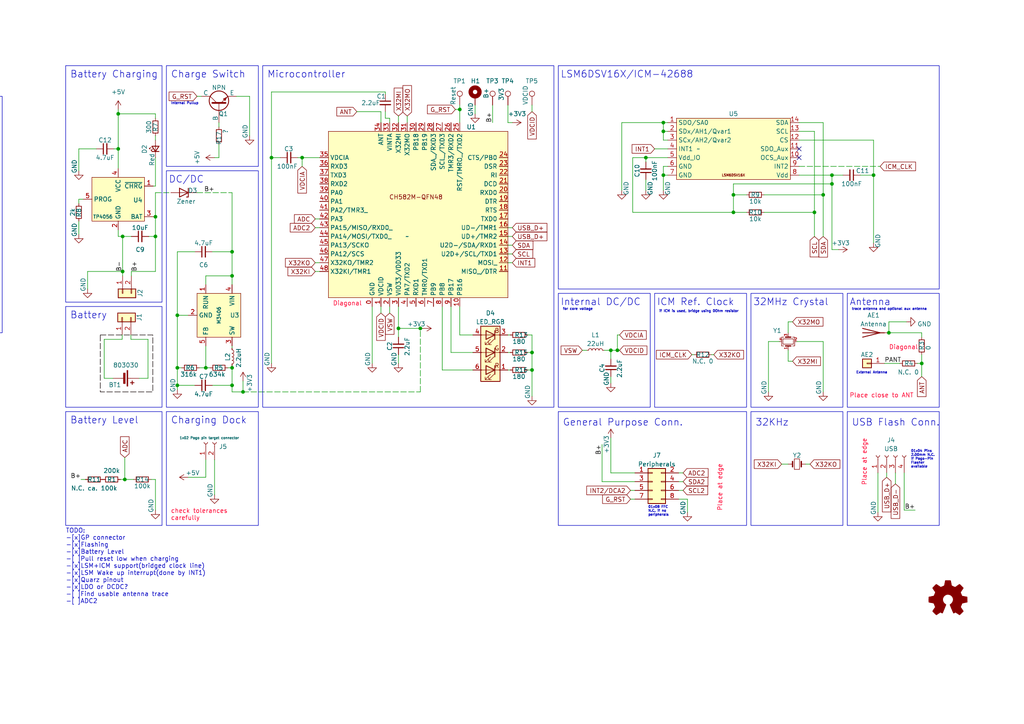
<source format=kicad_sch>
(kicad_sch (version 20230121) (generator eeschema)
  (paper "A4")
  (title_block (title "CH582 803030 I2C") (date "2023-08-04") (comment 2 "http://www.apache.org/licenses/") (comment 3 "License: Apache 2.0") (comment 4 "Marek Wehning 2023"))
  (junction (at 179.07 101.6))
  (junction (at 45.085 68.58))
  (junction (at 192.405 38.1))
  (junction (at -8.255 88.9))
  (junction (at 67.31 80.01))
  (junction (at 35.56 78.74))
  (junction (at 253.365 50.8))
  (junction (at 70.485 113.665))
  (junction (at -8.255 50.8))
  (junction (at 187.325 45.72))
  (junction (at 154.305 107.315))
  (junction (at 177.165 101.6))
  (junction (at 45.085 62.865))
  (junction (at 67.31 73.025))
  (junction (at 212.725 56.515))
  (junction (at 121.92 95.25))
  (junction (at 34.29 43.18))
  (junction (at 36.195 139.065))
  (junction (at 192.405 35.56))
  (junction (at 212.725 61.595))
  (junction (at -20.955 73.025))
  (junction (at 115.57 95.25))
  (junction (at -13.335 50.8))
  (junction (at 267.335 105.41))
  (junction (at 257.81 96.52))
  (junction (at 241.3 50.8))
  (junction (at 51.435 106.68))
  (junction (at 133.35 31.75))
  (junction (at 192.405 50.8))
  (junction (at 236.22 61.595))
  (junction (at 67.31 111.76))
  (junction (at 59.69 106.68))
  (junction (at 67.31 106.68))
  (junction (at 51.435 111.76))
  (junction (at 34.29 33.02))
  (junction (at 87.63 45.72))
  (junction (at 78.74 45.72))
  (junction (at 241.3 53.34))
  (junction (at 51.435 91.44))
  (junction (at -20.955 88.9))
  (junction (at 154.305 102.235))
  (junction (at 35.56 68.58))
  (junction (at 238.76 56.515))
  (no_connect (at 231.775 43.18))
  (no_connect (at 231.775 45.72))
  (wire (pts (xy 153.035 107.315) (xy 154.305 107.315)))
  (wire (pts (xy 59.69 100.33) (xy 59.69 106.68)))
  (wire (pts (xy 27.94 43.18) (xy 22.86 43.18)))
  (wire (pts (xy 30.226 109.728) (xy 30.226 98.425)))
  (wire (pts (xy 121.92 95.25) (xy 122.555 95.25)))
  (wire (pts (xy 59.69 106.68) (xy 60.96 106.68)))
  (wire (pts (xy 147.32 30.48) (xy 147.32 35.56)))
  (wire (pts (xy 115.57 95.25) (xy 115.57 97.79)))
  (wire (pts (xy 212.725 56.515) (xy 212.725 61.595)))
  (wire (pts (xy 72.39 27.94) (xy 68.58 27.94)))
  (wire (pts (xy 179.07 101.6) (xy 179.705 101.6)))
  (wire (pts (xy 34.29 33.02) (xy 45.085 33.02)))
  (wire (pts (xy 147.32 102.235) (xy 147.955 102.235)))
  (wire (pts (xy 87.63 45.72) (xy 87.63 48.26)))
  (wire (pts (xy 196.85 144.78) (xy 199.39 144.78)))
  (wire (pts (xy 241.3 72.39) (xy 243.205 72.39)))
  (wire (pts (xy 206.375 102.87) (xy 207.01 102.87)))
  (wire (pts (xy 154.305 107.315) (xy 154.305 114.935)))
  (wire (pts (xy 34.29 68.58) (xy 35.56 68.58)))
  (wire (pts (xy 147.32 97.155) (xy 147.955 97.155)))
  (wire (pts (xy 241.3 53.34) (xy 241.3 72.39)))
  (wire (pts (xy 231.14 99.06) (xy 238.76 99.06)))
  (wire (pts (xy 147.32 66.04) (xy 148.59 66.04)))
  (wire (pts (xy 40.386 109.728) (xy 42.926 109.728)))
  (wire (pts (xy 154.305 97.155) (xy 154.305 102.235)))
  (wire (pts (xy 137.795 30.48) (xy 137.795 33.02)))
  (wire (pts (xy 115.57 102.87) (xy 115.57 105.41)))
  (wire (pts (xy 45.085 39.37) (xy 45.085 40.64)))
  (wire (pts (xy 42.926 98.425) (xy 37.973 98.425)))
  (wire (pts (xy 51.435 111.76) (xy 51.435 113.03)))
  (wire (pts (xy 56.515 73.025) (xy 51.435 73.025)))
  (wire (pts (xy 196.85 137.16) (xy 198.12 137.16)))
  (wire (pts (xy 25.4 78.74) (xy 25.4 83.82)))
  (wire (pts (xy 193.675 38.1) (xy 192.405 38.1)))
  (wire (pts (xy 177.165 137.16) (xy 184.15 137.16)))
  (wire (pts (xy 257.81 93.345) (xy 262.89 93.345)))
  (wire (pts (xy 34.29 66.675) (xy 34.29 68.58)))
  (wire (pts (xy -20.955 73.025) (xy -20.955 88.9)))
  (wire (pts (xy 147.32 68.58) (xy 148.59 68.58)))
  (wire (pts (xy 51.435 91.44) (xy 51.435 106.68)))
  (wire (pts (xy 67.31 106.68) (xy 67.31 111.76)))
  (wire (pts (xy 42.926 109.728) (xy 42.926 98.425)))
  (wire (pts (xy 262.255 147.955) (xy 265.43 147.955)))
  (wire (pts (xy 118.11 33.655) (xy 118.11 35.56)))
  (wire (pts (xy 59.69 82.55) (xy 59.69 80.01)))
  (wire (pts (xy 257.81 96.52) (xy 267.335 96.52)))
  (wire (pts (xy 59.69 80.01) (xy 67.31 80.01)))
  (wire (pts (xy 179.07 101.6) (xy 179.07 97.155)))
  (wire (pts (xy 62.23 133.35) (xy 62.23 143.51)))
  (wire (pts (xy 228.6 104.775) (xy 229.87 104.775)))
  (wire (pts (xy 222.885 99.06) (xy 222.885 113.665)))
  (wire (pts (xy 236.22 38.1) (xy 236.22 61.595)))
  (wire (pts (xy 115.57 33.655) (xy 115.57 35.56)))
  (wire (pts (xy 228.6 93.345) (xy 229.87 93.345)))
  (wire (pts (xy 67.31 113.665) (xy 70.485 113.665)))
  (wire (pts (xy 133.35 97.155) (xy 137.16 97.155)))
  (wire (pts (xy 45.085 62.865) (xy 45.085 55.88)))
  (wire (pts (xy 133.35 88.9) (xy 133.35 97.155)))
  (wire (pts (xy 193.675 50.8) (xy 192.405 50.8)))
  (wire (pts (xy 266.065 105.41) (xy 267.335 105.41)))
  (wire (pts (xy 147.32 107.315) (xy 147.955 107.315)))
  (wire (pts (xy 36.195 139.065) (xy 38.735 139.065)))
  (wire (pts (xy 128.27 88.9) (xy 128.27 107.315)))
  (wire (pts (xy 61.595 111.76) (xy 67.31 111.76)))
  (wire (pts (xy 54.61 138.43) (xy 59.69 138.43)))
  (wire (pts (xy 187.325 45.72) (xy 187.325 46.99)))
  (wire (pts (xy 199.39 144.78) (xy 199.39 148.59)))
  (wire (pts (xy 193.675 35.56) (xy 192.405 35.56)))
  (wire (pts (xy 51.435 106.68) (xy 51.435 111.76)))
  (wire (pts (xy 67.31 80.01) (xy 67.31 82.55)))
  (wire (pts (xy 238.76 56.515) (xy 238.76 68.58)))
  (wire (pts (xy 35.56 78.74) (xy 35.56 80.01)))
  (wire (pts (xy -8.255 50.8) (xy -8.255 60.325)))
  (wire (pts (xy 43.18 68.58) (xy 45.085 68.58)))
  (wire (pts (xy 35.56 68.58) (xy 35.56 78.74)))
  (wire (pts (xy 184.15 139.7) (xy 174.625 139.7)))
  (wire (pts (xy 133.35 30.48) (xy 133.35 31.75)))
  (wire (pts (xy 87.63 45.72) (xy 92.71 45.72)))
  (wire (pts (xy 177.165 101.6) (xy 177.165 104.14)))
  (wire (pts (xy 45.085 45.72) (xy 45.085 53.975)))
  (wire (pts (xy 130.81 102.235) (xy 130.81 88.9)))
  (wire (pts (xy 57.15 27.94) (xy 58.42 27.94)))
  (wire (pts (xy 193.675 48.26) (xy 192.405 48.26)))
  (wire (pts (xy 78.74 26.67) (xy 78.74 45.72)))
  (wire (pts (xy 147.32 71.12) (xy 148.59 71.12)))
  (wire (pts (xy 78.74 45.72) (xy 81.28 45.72)))
  (wire (pts (xy 35.433 98.425) (xy 35.433 97.155)))
  (wire (pts (xy 147.32 35.56) (xy 148.59 35.56)))
  (wire (pts (xy 137.16 102.235) (xy 130.81 102.235)))
  (wire (pts (xy 57.15 55.88) (xy 67.31 55.88)) (stroke (width 0) (type dash)))
  (wire (pts (xy 36.195 132.715) (xy 36.195 139.065)))
  (wire (pts (xy 115.57 95.25) (xy 121.92 95.25)))
  (wire (pts (xy 32.766 109.728) (xy 30.226 109.728)))
  (wire (pts (xy 231.775 48.26) (xy 255.27 48.26)) (stroke (width 0) (type dash)))
  (wire (pts (xy 182.88 144.78) (xy 184.15 144.78)))
  (wire (pts (xy 177.165 109.22) (xy 177.165 111.125)))
  (wire (pts (xy 196.85 139.7) (xy 198.12 139.7)))
  (wire (pts (xy 221.615 56.515) (xy 238.76 56.515)))
  (wire (pts (xy 45.085 139.065) (xy 45.085 147.955)))
  (wire (pts (xy 257.81 96.52) (xy 257.81 93.345)))
  (wire (pts (xy 24.13 57.785) (xy 22.86 57.785)))
  (wire (pts (xy 192.405 38.1) (xy 192.405 40.64)))
  (wire (pts (xy 183.515 61.595) (xy 212.725 61.595)))
  (wire (pts (xy 110.49 35.56) (xy 110.49 32.385)))
  (wire (pts (xy 59.69 133.35) (xy 59.69 138.43)))
  (wire (pts (xy 231.775 50.8) (xy 241.3 50.8)))
  (wire (pts (xy -13.335 52.07) (xy -13.335 50.8)))
  (wire (pts (xy 231.775 40.64) (xy 253.365 40.64)))
  (wire (pts (xy 63.5 45.72) (xy 63.5 41.91)))
  (wire (pts (xy 192.405 35.56) (xy 192.405 38.1)))
  (wire (pts (xy 37.973 98.425) (xy 37.973 97.155)))
  (wire (pts (xy 51.435 106.68) (xy 52.705 106.68)))
  (wire (pts (xy 44.45 53.975) (xy 45.085 53.975)))
  (wire (pts (xy -13.335 50.8) (xy -8.255 50.8)))
  (wire (pts (xy 183.515 45.72) (xy 183.515 61.595)))
  (wire (pts (xy 175.26 101.6) (xy 177.165 101.6)))
  (wire (pts (xy 91.44 78.74) (xy 92.71 78.74)))
  (wire (pts (xy 43.815 139.065) (xy 45.085 139.065)))
  (wire (pts (xy 51.435 91.44) (xy 54.61 91.44)))
  (wire (pts (xy 233.68 134.62) (xy 234.95 134.62)))
  (wire (pts (xy 67.31 73.025) (xy 67.31 80.01)))
  (wire (pts (xy 153.035 102.235) (xy 154.305 102.235)))
  (wire (pts (xy 253.365 50.8) (xy 253.365 70.485)))
  (wire (pts (xy 34.29 43.18) (xy 34.29 48.895)))
  (wire (pts (xy 57.785 106.68) (xy 59.69 106.68)))
  (wire (pts (xy 34.29 33.02) (xy 34.29 43.18)))
  (wire (pts (xy 38.1 80.01) (xy 38.1 78.74)))
  (wire (pts (xy 103.505 32.385) (xy 110.49 32.385)))
  (wire (pts (xy 91.44 66.04) (xy 92.71 66.04)))
  (wire (pts (xy 212.725 53.34) (xy 241.3 53.34)))
  (wire (pts (xy 45.085 78.74) (xy 45.085 68.58)))
  (wire (pts (xy 241.3 50.8) (xy 241.3 53.34)))
  (wire (pts (xy 111.76 26.67) (xy 111.76 27.305)))
  (wire (pts (xy 231.775 35.56) (xy 238.76 35.56)))
  (wire (pts (xy 63.5 35.56) (xy 63.5 36.83)))
  (wire (pts (xy 154.305 30.48) (xy 154.305 32.385)))
  (wire (pts (xy 38.1 78.74) (xy 45.085 78.74)))
  (wire (pts (xy 115.57 88.9) (xy 115.57 95.25)))
  (wire (pts (xy 212.725 56.515) (xy 216.535 56.515)))
  (wire (pts (xy 72.39 27.94) (xy 72.39 39.37)))
  (wire (pts (xy 182.88 142.24) (xy 184.15 142.24)))
  (wire (pts (xy 22.86 43.18) (xy 22.86 49.53)))
  (wire (pts (xy 147.32 76.2) (xy 148.59 76.2)))
  (wire (pts (xy 67.31 106.68) (xy 66.04 106.68)))
  (wire (pts (xy 189.865 43.18) (xy 193.675 43.18)))
  (wire (pts (xy 34.925 139.065) (xy 36.195 139.065)))
  (wire (pts (xy 22.86 57.785) (xy 22.86 59.055)))
  (wire (pts (xy 259.715 137.16) (xy 259.715 140.335)))
  (wire (pts (xy 226.695 134.62) (xy 228.6 134.62)))
  (wire (pts (xy 228.6 101.6) (xy 228.6 104.775)))
  (wire (pts (xy 62.23 45.72) (xy 63.5 45.72)))
  (wire (pts (xy -8.255 34.798) (xy -8.255 35.56)))
  (wire (pts (xy 228.6 93.345) (xy 228.6 96.52)))
  (wire (pts (xy 179.07 97.155) (xy 179.705 97.155)))
  (wire (pts (xy 238.76 35.56) (xy 238.76 56.515)))
  (wire (pts (xy 30.226 98.425) (xy 35.433 98.425)))
  (wire (pts (xy 177.165 101.6) (xy 179.07 101.6)))
  (wire (pts (xy 22.86 64.135) (xy 22.86 67.945)))
  (wire (pts (xy 78.74 45.72) (xy 78.74 105.41)))
  (wire (pts (xy 231.775 38.1) (xy 236.22 38.1)))
  (wire (pts (xy 147.32 73.66) (xy 148.59 73.66)))
  (wire (pts (xy 51.435 111.76) (xy 56.515 111.76)))
  (wire (pts (xy 249.555 50.8) (xy 253.365 50.8)))
  (wire (pts (xy 132.08 31.75) (xy 133.35 31.75)))
  (wire (pts (xy 33.02 43.18) (xy 34.29 43.18)))
  (wire (pts (xy -13.335 59.69) (xy -13.335 60.325)))
  (wire (pts (xy 67.31 73.025) (xy 61.595 73.025)))
  (wire (pts (xy 192.405 50.8) (xy 192.405 55.245)))
  (wire (pts (xy 113.03 35.56) (xy 113.03 34.29)))
  (wire (pts (xy 91.44 63.5) (xy 92.71 63.5)))
  (wire (pts (xy 133.35 31.75) (xy 133.35 35.56)))
  (wire (pts (xy 267.335 105.41) (xy 267.335 109.22)))
  (wire (pts (xy -20.955 88.9) (xy -17.78 88.9)))
  (wire (pts (xy 86.36 45.72) (xy 87.63 45.72)))
  (wire (pts (xy 187.325 45.72) (xy 183.515 45.72)))
  (wire (pts (xy 238.76 99.06) (xy 238.76 113.665)))
  (wire (pts (xy 70.485 110.49) (xy 70.485 113.665)))
  (wire (pts (xy 267.335 97.79) (xy 267.335 96.52)))
  (wire (pts (xy 212.725 53.34) (xy 212.725 56.515)))
  (wire (pts (xy 45.085 68.58) (xy 45.085 62.865)))
  (wire (pts (xy 110.49 88.9) (xy 110.49 90.805)))
  (wire (pts (xy 67.31 111.76) (xy 67.31 113.665)))
  (wire (pts (xy 256.54 105.41) (xy 260.985 105.41)))
  (wire (pts (xy -20.955 88.9) (xy -20.955 91.44)))
  (wire (pts (xy -8.255 85.725) (xy -8.255 88.9)))
  (wire (pts (xy 70.485 113.665) (xy 121.92 113.665)) (stroke (width 0) (type dash)))
  (wire (pts (xy 196.85 142.24) (xy 198.12 142.24)))
  (wire (pts (xy 67.31 55.88) (xy 67.31 73.025)))
  (wire (pts (xy 45.085 34.29) (xy 45.085 33.02)))
  (wire (pts (xy 67.31 100.33) (xy 67.31 100.965)))
  (wire (pts (xy 222.885 99.06) (xy 226.06 99.06)))
  (wire (pts (xy 113.03 34.29) (xy 111.76 34.29)))
  (wire (pts (xy 44.45 62.865) (xy 45.085 62.865)))
  (wire (pts (xy 91.44 76.2) (xy 92.71 76.2)))
  (wire (pts (xy 174.625 128.905) (xy 174.625 139.7)))
  (wire (pts (xy 221.615 61.595) (xy 236.22 61.595)))
  (wire (pts (xy 128.27 107.315) (xy 137.16 107.315)))
  (wire (pts (xy -12.7 88.9) (xy -8.255 88.9)))
  (wire (pts (xy 254.635 137.16) (xy 254.635 148.59)))
  (wire (pts (xy 200.66 102.87) (xy 201.295 102.87)))
  (wire (pts (xy 142.875 30.48) (xy 142.875 35.56)))
  (wire (pts (xy 113.03 88.9) (xy 113.03 90.805)))
  (wire (pts (xy 177.165 127) (xy 177.165 137.16)))
  (wire (pts (xy 267.335 102.87) (xy 267.335 105.41)))
  (wire (pts (xy 168.91 101.6) (xy 170.18 101.6)))
  (wire (pts (xy 107.95 88.9) (xy 107.95 105.41)))
  (wire (pts (xy 121.92 113.665) (xy 121.92 95.25)) (stroke (width 0) (type dash)))
  (wire (pts (xy 187.325 52.07) (xy 187.325 55.245)))
  (wire (pts (xy 111.76 34.29) (xy 111.76 32.385)))
  (wire (pts (xy -20.955 50.8) (xy -20.955 73.025)))
  (wire (pts (xy 67.31 106.045) (xy 67.31 106.68)))
  (wire (pts (xy 253.365 40.64) (xy 253.365 50.8)))
  (wire (pts (xy 193.675 45.72) (xy 187.325 45.72)))
  (wire (pts (xy 153.035 97.155) (xy 154.305 97.155)))
  (wire (pts (xy -8.255 88.9) (xy -3.175 88.9)))
  (wire (pts (xy 212.725 61.595) (xy 216.535 61.595)))
  (wire (pts (xy 241.3 50.8) (xy 244.475 50.8)))
  (wire (pts (xy 78.74 26.67) (xy 111.76 26.67)))
  (wire (pts (xy 154.305 102.235) (xy 154.305 107.315)))
  (wire (pts (xy 180.34 35.56) (xy 192.405 35.56)))
  (wire (pts (xy 262.255 137.16) (xy 262.255 147.955)))
  (wire (pts (xy 51.435 73.025) (xy 51.435 91.44)))
  (wire (pts (xy 192.405 40.64) (xy 193.675 40.64)))
  (wire (pts (xy 192.405 48.26) (xy 192.405 50.8)))
  (wire (pts (xy 25.4 78.74) (xy 35.56 78.74)))
  (wire (pts (xy 180.34 35.56) (xy 180.34 55.245)))
  (wire (pts (xy -15.875 50.8) (xy -13.335 50.8)))
  (wire (pts (xy 257.175 137.16) (xy 257.175 138.43)))
  (wire (pts (xy 34.29 31.75) (xy 34.29 33.02)))
  (wire (pts (xy 236.22 61.595) (xy 236.22 68.58)))
  (wire (pts (xy 45.085 55.88) (xy 49.53 55.88)) (stroke (width 0) (type dash)))
  (wire (pts (xy 23.495 139.065) (xy 24.765 139.065)))
  (wire (pts (xy 35.56 68.58) (xy 38.1 68.58)))
  (rectangle (start 161.925 119.38) (end 216.535 152.4))
  (rectangle (start 19.05 19.05) (end 46.99 87.63))
  (rectangle (start 48.26 19.05) (end 74.93 48.26))
  (rectangle (start 48.26 49.53) (end 74.93 118.11))
  (rectangle (start 19.05 119.38) (end 46.99 152.4))
  (rectangle (start 161.925 19.05) (end 272.415 83.82))
  (rectangle (start -26.035 27.94) (end 0.635 96.52))
  (rectangle (start 161.925 85.09) (end 188.595 118.11))
  (rectangle (start 217.805 85.09) (end 244.475 118.11))
  (rectangle (start 44.323 97.155) (end 29.083 113.665) (stroke (width 0) (type dash) (color 12 0 0 1)))
  (rectangle (start 76.2 19.05) (end 160.655 118.11))
  (rectangle (start 19.05 88.9) (end 46.99 118.11))
  (rectangle (start 189.865 85.09) (end 216.535 118.11))
  (rectangle (start 48.26 119.38) (end 74.93 152.4))
  (rectangle (start 245.745 85.09) (end 272.415 118.11))
  (rectangle (start 217.805 119.38) (end 244.475 152.4))
  (rectangle (start 245.745 119.38) (end 272.415 152.4))
  (text "Internal Pullup" (at 49.53 30.48 0) (effects (font (size 0.7 0.7)) (justify left bottom)))
  (text "LDO for 3V3 supply" (at -3.175 82.55 90) (effects (font (size 1.27 1.27)) (justify left bottom)))
  (text "check tolerances\ncarefully" (at 49.53 151.13 0) (effects (font (size 1.27 1.27)) (justify left bottom)))
  (text "01x03 sliding switch 2.54" (at -4.445 50.165 90) (effects (font (size 0.7 0.7)) (justify left bottom)))
  (text "trace antenna and optional aux antenna" (at 247.015 90.17 0) (effects (font (size 0.7 0.7)) (justify left bottom)))
  (text "Charge Switch" (at 49.53 22.86 0) (effects (font (size 2 2)) (justify left bottom)))
  (text "01x08 FFC \nN.C. if no \nperipherals" (at 187.96 149.86 0) (effects (font (size 0.7 0.7)) (justify left bottom)))
  (text "for core voltage" (at 163.195 90.17 0) (effects (font (size 0.7 0.7)) (justify left bottom)))
  (text "Diagonal" (at 257.81 101.6 0) (effects (font (size 1.27 1.27)) (justify left bottom)))
  (text "if ICM is used, bridge using 0Ohm resistor" (at 191.135 90.805 0) (effects (font (size 0.7 0.7)) (justify left bottom)))
  (text "DC/DC" (at 48.895 53.34 0) (effects (font (size 2 2)) (justify left bottom)))
  (text "External Antenna" (at 248.285 108.585 0) (effects (font (size 0.7 0.7)) (justify left bottom)))
  (text "USB Flash Conn." (at 247.015 123.825 0) (effects (font (size 2 2)) (justify left bottom)))
  (text "TODO:\n-[x]GP connector\n-[x]Flashing\n-[x]Battery Level\n-[ ]Pull reset low when charging\n-[x]LSM+ICM support(bridged clock line)\n-[x]LSM Wake up interrupt(done by INT1)\n-[x]Quarz pinout\n-[x]LDO or DCDC?\n-[ ]Find usable antenna trace\n-[ ]ADC2\n" (at 19.05 175.26 0) (effects (font (size 1.27 1.27)) (justify left bottom)))
  (text "32KHz" (at 219.075 123.825 0) (effects (font (size 2 2)) (justify left bottom)))
  (text "01x04 Pins \n2.00mm N.C. \nif Pogo-Pin \nFlasher \navailable" (at 264.16 135.89 0) (effects (font (size 0.7 0.7)) (justify left bottom)))
  (text "Microcontroller" (at 77.47 22.86 0) (effects (font (size 2 2)) (justify left bottom)))
  (text "Place at edge" (at 251.46 140.97 90) (effects (font (size 1.27 1.27)) (justify left bottom)))
  (text "Battery Level" (at 20.32 123.19 0) (effects (font (size 2 2)) (justify left bottom)))
  (text "Diagonal" (at 96.52 88.9 0) (effects (font (size 1.27 1.27)) (justify left bottom)))
  (text "General Purpose Conn." (at 163.195 123.825 0) (effects (font (size 2 2)) (justify left bottom)))
  (text "32MHz Crystal" (at 218.44 88.9 0) (effects (font (size 2 2)) (justify left bottom)))
  (text "LDO" (at -24.765 31.75 0) (effects (font (size 2 2)) (justify left bottom)))
  (text "Charging Dock" (at 49.53 123.19 0) (effects (font (size 2 2)) (justify left bottom)))
  (text "ICM Ref. Clock" (at 190.5 88.9 0) (effects (font (size 2 2)) (justify left bottom)))
  (text "Place close to ANT" (at 246.38 115.57 0) (effects (font (size 1.27 1.27)) (justify left bottom)))
  (text "Battery\n" (at 20.32 92.71 0) (effects (font (size 2 2)) (justify left bottom)))
  (text "LSM6DSV16X/ICM-42688" (at 162.56 22.86 0) (effects (font (size 2 2)) (justify left bottom)))
  (text "Internal DC/DC" (at 162.56 88.9 0) (effects (font (size 2 2)) (justify left bottom)))
  (text "Battery Charging" (at 20.32 22.86 0) (effects (font (size 2 2)) (justify left bottom)))
  (text "Antenna" (at 246.38 88.9 0) (effects (font (size 2 2)) (justify left bottom)))
  (text "Place at edge" (at 209.55 134.62 90) (effects (font (size 1.27 1.27)) (justify right bottom)))
  (label "B+" (at 142.875 35.56 90))
  (label "B+" (at 40.005 78.74 90))
  (label "B-" (at 35.56 78.74 90))
  (label "B+" (at 62.23 55.88 180))
  (label "B+" (at 23.495 139.065 180))
  (label "B+" (at 265.43 147.955 180))
  (label "B+" (at -8.255 35.56 0))
  (label "B+" (at 174.625 128.905 270))
  (label "PANT" (at 256.54 105.41 0))
  (global_label "ADC2" (shape input) (at 198.12 137.16 0) (property "Intersheetrefs" "${INTERSHEET_REFS}" (effects hide)))
  (global_label "USB_D+" (shape input) (at 257.175 138.43 270) (property "Intersheetrefs" "${INTERSHEET_REFS}" (effects hide)))
  (global_label "ADC2" (shape input) (at 91.44 66.04 180) (property "Intersheetrefs" "${INTERSHEET_REFS}" (effects hide)))
  (global_label "SCL" (shape input) (at 236.22 68.58 270) (property "Intersheetrefs" "${INTERSHEET_REFS}" (effects hide)))
  (global_label "X32MI" (shape input) (at 229.87 104.775 0) (property "Intersheetrefs" "${INTERSHEET_REFS}" (effects hide)))
  (global_label "INT1" (shape input) (at 148.59 76.2 0) (property "Intersheetrefs" "${INTERSHEET_REFS}" (effects hide)))
  (global_label "USB_D+" (shape input) (at 148.59 68.58 0) (property "Intersheetrefs" "${INTERSHEET_REFS}" (effects hide)))
  (global_label "VDCID" (shape input) (at 179.705 101.6 0) (property "Intersheetrefs" "${INTERSHEET_REFS}" (effects hide)))
  (global_label "X32KO" (shape input) (at 234.95 134.62 0) (property "Intersheetrefs" "${INTERSHEET_REFS}" (effects hide)))
  (global_label "INT1" (shape input) (at 189.865 43.18 180) (property "Intersheetrefs" "${INTERSHEET_REFS}" (effects hide)))
  (global_label "VSW" (shape input) (at 113.03 90.805 270) (property "Intersheetrefs" "${INTERSHEET_REFS}" (effects hide)))
  (global_label "X32MI" (shape input) (at 115.57 33.655 90) (property "Intersheetrefs" "${INTERSHEET_REFS}" (effects hide)))
  (global_label "X32KO" (shape input) (at 207.01 102.87 0) (property "Intersheetrefs" "${INTERSHEET_REFS}" (effects hide)))
  (global_label "ICM_CLK" (shape input) (at 255.27 48.26 0) (property "Intersheetrefs" "${INTERSHEET_REFS}" (effects hide)))
  (global_label "VDCIA" (shape input) (at 179.705 97.155 0) (property "Intersheetrefs" "${INTERSHEET_REFS}" (effects hide)))
  (global_label "VDCID" (shape input) (at 154.305 32.385 270) (property "Intersheetrefs" "${INTERSHEET_REFS}" (effects hide)))
  (global_label "SCL" (shape input) (at 148.59 73.66 0) (property "Intersheetrefs" "${INTERSHEET_REFS}" (effects hide)))
  (global_label "X32MO" (shape input) (at 118.11 33.655 90) (property "Intersheetrefs" "${INTERSHEET_REFS}" (effects hide)))
  (global_label "ADC" (shape input) (at 91.44 63.5 180) (property "Intersheetrefs" "${INTERSHEET_REFS}" (effects hide)))
  (global_label "G_RST" (shape input) (at 182.88 144.78 180) (property "Intersheetrefs" "${INTERSHEET_REFS}" (effects hide)))
  (global_label "VSW" (shape input) (at 168.91 101.6 180) (property "Intersheetrefs" "${INTERSHEET_REFS}" (effects hide)))
  (global_label "X32MO" (shape input) (at 229.87 93.345 0) (property "Intersheetrefs" "${INTERSHEET_REFS}" (effects hide)))
  (global_label "G_RST" (shape input) (at 132.08 31.75 180) (property "Intersheetrefs" "${INTERSHEET_REFS}" (effects hide)))
  (global_label "ICM_CLK" (shape input) (at 200.66 102.87 180) (property "Intersheetrefs" "${INTERSHEET_REFS}" (effects hide)))
  (global_label "USB_D+" (shape input) (at 148.59 66.04 0) (property "Intersheetrefs" "${INTERSHEET_REFS}" (effects hide)))
  (global_label "USB_D-" (shape input) (at 259.715 140.335 270) (property "Intersheetrefs" "${INTERSHEET_REFS}" (effects hide)))
  (global_label "ANT" (shape input) (at 267.335 109.22 270) (property "Intersheetrefs" "${INTERSHEET_REFS}" (effects hide)))
  (global_label "ADC" (shape input) (at 36.195 132.715 90) (property "Intersheetrefs" "${INTERSHEET_REFS}" (effects hide)))
  (global_label "INT2{slash}DCA2" (shape input) (at 182.88 142.24 180) (property "Intersheetrefs" "${INTERSHEET_REFS}" (effects hide)))
  (global_label "X32KI" (shape input) (at 226.695 134.62 180) (property "Intersheetrefs" "${INTERSHEET_REFS}" (effects hide)))
  (global_label "SCL2" (shape input) (at 198.12 142.24 0) (property "Intersheetrefs" "${INTERSHEET_REFS}" (effects hide)))
  (global_label "X32KO" (shape input) (at 91.44 76.2 180) (property "Intersheetrefs" "${INTERSHEET_REFS}" (effects hide)))
  (global_label "G_RST" (shape input) (at 57.15 27.94 180) (property "Intersheetrefs" "${INTERSHEET_REFS}" (effects hide)))
  (global_label "SDA" (shape input) (at 238.76 68.58 270) (property "Intersheetrefs" "${INTERSHEET_REFS}" (effects hide)))
  (global_label "ANT" (shape input) (at 103.505 32.385 180) (property "Intersheetrefs" "${INTERSHEET_REFS}" (effects hide)))
  (global_label "VDCIA" (shape input) (at 87.63 48.26 270) (property "Intersheetrefs" "${INTERSHEET_REFS}" (effects hide)))
  (global_label "SDA" (shape input) (at 148.59 71.12 0) (property "Intersheetrefs" "${INTERSHEET_REFS}" (effects hide)))
  (global_label "X32KI" (shape input) (at 91.44 78.74 180) (property "Intersheetrefs" "${INTERSHEET_REFS}" (effects hide)))
  (global_label "VDCID" (shape input) (at 110.49 90.805 270) (property "Intersheetrefs" "${INTERSHEET_REFS}" (effects hide)))
  (global_label "SDA2" (shape input) (at 198.12 139.7 0) (property "Intersheetrefs" "${INTERSHEET_REFS}" (effects hide)))
  (symbol (lib_id "Mechanical:MountingHole_Pad") (at 137.795 27.94 0) (unit 1)
    (property "Reference" "H1" (at 136.525 23.495 0) (effects (justify left)))
    (property "Value" "MountingHole_Pad" (effects hide))
  )
  (symbol (lib_id "power:GND") (at 72.39 39.37 0) (unit 1)
    (property "Reference" "#PWR030" (effects hide))
    (property "Value" "GND" (at 71.12 38.1 90))
  )
  (symbol (lib_id "power:GND") (at 222.885 113.665 0) (unit 1)
    (property "Reference" "#PWR01" (effects hide))
    (property "Value" "GND" (at 221.615 112.395 90))
  )
  (symbol (lib_id "Switch:SW_DIP_x01") (at -8.255 43.18 270) (unit 1)
    (property "Reference" "SW2" (at -6.985 39.37 0) (effects (justify left)))
    (property "Value" "POWER" (at -9.525 39.37 0) (effects (justify left)))
    (property "Footprint" "Connector_PinSocket_2.54mm:PinSocket_1x03_P2.54mm_Vertical" (effects hide))
  )
  (symbol (lib_id "power:+3V3") (at 122.555 95.25 270) (unit 1)
    (property "Reference" "#PWR05" (effects hide))
    (property "Value" "+3V3" (at 118.11 93.98 90) (effects (justify left)))
  )
  (symbol (lib_id "Device:Antenna") (at 252.73 96.52 90) (unit 1)
    (property "Reference" "AE1" (at 253.365 91.44 90))
    (property "Value" "Antenna" (at 253.365 93.98 90))
  )
  (symbol (lib_id "power:GND") (at 62.23 143.51 0) (unit 1)
    (property "Reference" "#PWR029" (effects hide))
    (property "Value" "GND" (at 60.96 142.24 90))
  )
  (symbol (lib_id "power:GND") (at 180.34 55.245 0) (unit 1)
    (property "Reference" "#PWR017" (effects hide))
    (property "Value" "GND" (at 181.61 54.61 90))
  )
  (symbol (lib_id "Connector_Generic:Conn_01x01") (at 251.46 105.41 180) (unit 1)
    (property "Reference" "AE2" (at 251.46 102.87 0))
    (property "Value" "Conn_01x01" (effects hide))
  )
  (symbol (lib_id "Custom:M3406") (at 63.5 91.44 270) (unit 1)
    (property "Reference" "U3" (at 66.675 91.44 90) (effects (justify left)))
    (property "Value" "M3406" (at 63.5 91.44 0) (effects (font (size 1 1))))
    (property "Datasheet" "https://datasheet.lcsc.com/lcsc/1811151539_XI-AN-Aerosemi-Tech-M3406-ADJ_C83224.pdf" (effects hide))
  )
  (symbol (lib_id "Custom:LSM6DSV16X") (at 212.725 43.18 0) (unit 1)
    (property "Reference" "U5" (at 212.725 33.02 0))
    (property "Value" "~" (at 202.565 43.18 0))
    (property "Footprint" "Package_LGA:Bosch_LGA-14_3x2.5mm_P0.5mm" (effects hide))
    (property "Datasheet" "https://www.st.com/resource/en/datasheet/lsm6dsv16x.pdf" (effects hide))
  )
  (symbol (lib_id "Device:R_Small") (at 27.305 139.065 90) (unit 1)
    (property "Reference" "R11" (at 27.305 139.065 90))
    (property "Value" "N.C. ca. 100k" (at 27.305 141.605 90))
    (property "Footprint" "Resistor_SMD:R_0805_2012Metric_Pad1.20x1.40mm_HandSolder" (effects hide))
  )
  (symbol (lib_id "Connector:Conn_01x04_Socket") (at 257.175 132.08 90) (unit 1)
    (property "Reference" "J4" (at 258.445 127.635 90))
    (property "Value" "USB" (at 258.445 130.175 90))
  )
  (symbol (lib_id "power:GND") (at 78.74 105.41 0) (unit 1)
    (property "Reference" "#PWR04" (effects hide))
    (property "Value" "GND" (at 77.47 104.14 90))
  )
  (symbol (lib_id "power:GND") (at 192.405 55.245 0) (unit 1)
    (property "Reference" "#PWR019" (effects hide))
    (property "Value" "GND" (at 193.675 54.61 90))
  )
  (symbol (lib_id "Connector:TestPoint") (at 147.32 30.48 0) (unit 1)
    (property "Reference" "TP4" (at 145.415 23.495 0) (effects (justify left)))
    (property "Value" "3V3" (at 145.415 29.21 90) (effects (justify left)))
  )
  (symbol (lib_id "Device:R_Small") (at 263.525 105.41 270) (unit 1)
    (property "Reference" "R4" (at 262.255 105.41 90) (effects (justify left)))
    (property "Value" "N.C. 0" (at 260.35 107.95 90) (effects (justify left)))
  )
  (symbol (lib_id "Connector_Generic:Conn_02x04_Odd_Even") (at 189.23 139.7 0) (unit 1)
    (property "Reference" "J7" (at 190.5 132.08 0))
    (property "Value" "Peripherals" (at 190.5 134.62 0))
  )
  (symbol (lib_id "Simulation_SPICE:NPN") (at 63.5 30.48 90) (unit 1)
    (property "Reference" "Q1" (at 64.77 33.02 90))
    (property "Value" "NPN" (at 63.5 25.4 90))
    (property "Sim.Device" "NPN" (effects hide))
    (property "Sim.Type" "GUMMELPOON" (effects hide))
    (property "Sim.Pins" "1=C 2=B 3=E" (effects hide))
  )
  (symbol (lib_id "Device:R_Small") (at 41.275 139.065 90) (unit 1)
    (property "Reference" "R14" (at 41.275 139.065 90))
    (property "Value" "100k" (at 41.275 140.97 90))
    (property "Footprint" "Resistor_SMD:R_0805_2012Metric_Pad1.20x1.40mm_HandSolder" (effects hide))
  )
  (symbol (lib_id "power:GND") (at 137.795 33.02 0) (unit 1)
    (property "Reference" "#PWR022" (effects hide))
    (property "Value" "GND" (at 136.525 31.75 90))
  )
  (symbol (lib_id "Device:R_Small") (at 219.075 56.515 90) (unit 1)
    (property "Reference" "R9" (at 219.075 56.515 90))
    (property "Value" "10k" (at 219.075 58.42 90))
    (property "Footprint" "Resistor_SMD:R_0805_2012Metric_Pad1.20x1.40mm_HandSolder" (effects hide))
  )
  (symbol (lib_id "power:GND") (at 238.76 113.665 0) (unit 1)
    (property "Reference" "#PWR06" (effects hide))
    (property "Value" "GND" (at 237.49 112.395 90))
  )
  (symbol (lib_id "Device:C_Small") (at 83.82 45.72 90) (unit 1)
    (property "Reference" "C3" (at 85.09 43.18 90) (effects (justify left)))
    (property "Value" "100nF" (at 86.36 48.26 90) (effects (justify left)))
  )
  (symbol (lib_id "Device:C_Small") (at 111.76 29.845 0) (unit 1)
    (property "Reference" "C1" (at 109.22 27.94 0) (effects (justify left)))
    (property "Value" "2.2uF" (at 104.775 29.845 0) (effects (justify left)))
  )
  (symbol (lib_id "power:+5V") (at 62.23 45.72 90) (unit 1)
    (property "Reference" "#PWR025" (effects hide))
    (property "Value" "+5V" (at 57.15 45.72 0))
  )
  (symbol (lib_id "Device:R_Small") (at 203.835 102.87 90) (unit 1)
    (property "Reference" "R12" (at 203.835 102.87 90))
    (property "Value" "N.C. 0" (at 203.835 104.775 90))
    (property "Footprint" "Resistor_SMD:R_0805_2012Metric_Pad1.20x1.40mm_HandSolder" (effects hide))
  )
  (symbol (lib_id "Custom:XC6220B331QR-G") (at -10.795 73.025 270) (unit 1)
    (property "Reference" "U2" (at -8.89 71.12 0) (effects (justify left)))
    (property "Value" "XC6220B331QR-G" (at -10.795 67.31 0) (effects (font (size 0.8 0.8)) (justify left)))
    (property "Footprint" "Package_SO:HTSOP-8-1EP_3.9x4.9mm_P1.27mm_EP2.4x3.2mm" (effects hide))
    (property "Datasheet" "https://www.torexsemi.com/file/xc6220/XC6220.pdf" (effects hide))
  )
  (symbol (lib_id "Device:R_Small") (at 267.335 100.33 0) (unit 1)
    (property "Reference" "R3" (at 267.335 101.6 90) (effects (justify left)))
    (property "Value" "0" (at 269.24 101.6 90) (effects (justify left)))
  )
  (symbol (lib_id "Device:R_Small") (at 63.5 106.68 90) (unit 1)
    (property "Reference" "R5" (at 64.77 106.68 90) (effects (justify left)))
    (property "Value" "634k" (at 65.405 108.585 90) (effects (justify left)))
  )
  (symbol (lib_id "power:+3.3V") (at -3.175 88.9 270) (unit 1)
    (property "Reference" "#PWR09" (effects hide))
    (property "Value" "+3.3V" (at -3.81 90.805 90))
  )
  (symbol (lib_id "Device:LED_RGB") (at 142.24 102.235 180) (unit 1)
    (property "Reference" "D4" (at 142.24 90.805 0))
    (property "Value" "LED_RGB" (at 142.24 93.345 0))
    (property "Datasheet" "https://datasheet.lcsc.com/lcsc/1811131122_HONGLITRONIC-Hongli-Zhihui--HONGLITRONIC-HL-AF-5060H271BU46FU79GC-S1-THL_C219409.pdf" (effects hide))
  )
  (symbol (lib_id "Device:C_Small") (at 30.48 43.18 90) (unit 1)
    (property "Reference" "C12" (at 30.48 40.64 90))
    (property "Value" "4.7uF" (at 30.48 45.72 90))
    (property "Footprint" "Capacitor_SMD:C_1206_3216Metric_Pad1.33x1.80mm_HandSolder" (effects hide))
  )
  (symbol (lib_id "Device:R") (at -13.335 55.88 0) (unit 1)
    (property "Reference" "R2" (at -13.335 57.15 90) (effects (justify left)))
    (property "Value" "10k" (at -10.795 57.15 90) (effects (justify left)))
    (property "Footprint" "Resistor_SMD:R_0805_2012Metric_Pad1.20x1.40mm_HandSolder" (effects hide))
  )
  (symbol (lib_id "power:+3V3") (at 148.59 35.56 270) (unit 1)
    (property "Reference" "#PWR023" (effects hide))
    (property "Value" "+3V3" (at 147.32 33.02 90) (effects (justify left)))
  )
  (symbol (lib_id "power:GND") (at 22.86 49.53 0) (unit 1)
    (property "Reference" "#PWR032" (effects hide))
    (property "Value" "GND" (at 21.59 48.26 90))
  )
  (symbol (lib_id "Device:C_Small") (at -15.24 88.9 90) (unit 1)
    (property "Reference" "C8" (at -15.24 86.36 90))
    (property "Value" "4.7uF" (at -15.24 91.44 90))
    (property "Footprint" "Capacitor_SMD:C_1206_3216Metric_Pad1.33x1.80mm_HandSolder" (effects hide))
  )
  (symbol (lib_id "Device:Battery_Cell") (at 35.306 109.728 270) (unit 1)
    (property "Reference" "BT1" (at 31.496 111.633 90) (effects (justify left)))
    (property "Value" "803030" (at 32.766 105.918 90) (effects (justify left)))
    (property "Datasheet" "https://www.crazell.com/product/803030/" (effects hide))
  )
  (symbol (lib_id "power:GND") (at 115.57 105.41 0) (unit 1)
    (property "Reference" "#PWR02" (effects hide))
    (property "Value" "GND" (at 114.3 104.14 90))
  )
  (symbol (lib_id "power:GND") (at 25.4 83.82 0) (unit 1)
    (property "Reference" "#PWR016" (effects hide))
    (property "Value" "GND" (at 24.13 82.55 90))
  )
  (symbol (lib_id "Connector:TestPoint") (at 142.875 30.48 0) (unit 1)
    (property "Reference" "TP3" (at 140.97 23.495 0) (effects (justify left)))
    (property "Value" "B+" (at 140.97 28.575 90) (effects (justify left)))
  )
  (symbol (lib_id "power:GND") (at 51.435 113.03 0) (unit 1)
    (property "Reference" "#PWR011" (effects hide))
    (property "Value" "GND" (at 50.165 111.76 90))
  )
  (symbol (lib_id "power:+5V") (at 54.61 138.43 90) (unit 1)
    (property "Reference" "#PWR031" (effects hide))
    (property "Value" "+5V" (at 55.88 137.16 90))
  )
  (symbol (lib_id "Device:R_Small") (at 55.245 106.68 90) (unit 1)
    (property "Reference" "R6" (at 56.515 106.68 90) (effects (justify left)))
    (property "Value" "316k" (at 57.15 108.585 90) (effects (justify left)))
  )
  (symbol (lib_id "Connector:TestPoint") (at 154.305 30.48 0) (unit 1)
    (property "Reference" "TP5" (at 152.4 23.495 0) (effects (justify left)))
    (property "Value" "VDCID" (at 152.4 30.48 90) (effects (justify left)))
  )
  (symbol (lib_id "Connector:TestPoint") (at 133.35 30.48 0) (unit 1)
    (property "Reference" "TP1" (at 131.445 23.495 0) (effects (justify left)))
    (property "Value" "Reset" (at 131.445 30.48 90) (effects (justify left)))
  )
  (symbol (lib_id "Device:R_Small") (at 219.075 61.595 90) (unit 1)
    (property "Reference" "R10" (at 219.075 61.595 90))
    (property "Value" "10k" (at 219.075 63.5 90))
    (property "Footprint" "Resistor_SMD:R_0805_2012Metric_Pad1.20x1.40mm_HandSolder" (effects hide))
  )
  (symbol (lib_id "Device:C_Small") (at 187.325 49.53 180) (unit 1)
    (property "Reference" "C10" (at 184.785 49.53 90))
    (property "Value" "100nF" (at 189.865 49.53 90))
    (property "Footprint" "Capacitor_SMD:C_0805_2012Metric_Pad1.18x1.45mm_HandSolder" (effects hide))
  )
  (symbol (lib_id "power:GND") (at 45.085 147.955 0) (unit 1)
    (property "Reference" "#PWR026" (effects hide))
    (property "Value" "GND" (at 43.815 146.685 90))
  )
  (symbol (lib_id "Device:R_Small") (at 45.085 36.83 180) (unit 1)
    (property "Reference" "R7" (at 45.085 35.56 90) (effects (justify left)))
    (property "Value" "300" (at 43.18 34.925 90) (effects (justify left)))
  )
  (symbol (lib_id "power:GND") (at 107.95 105.41 0) (unit 1)
    (property "Reference" "#PWR03" (effects hide))
    (property "Value" "GND" (at 106.68 104.14 90))
  )
  (symbol (lib_id "Connector:Conn_01x02_Socket") (at 59.69 128.27 90) (unit 1)
    (property "Reference" "J5" (at 63.5 129.54 90) (effects (justify right)))
    (property "Value" "1x02 Pogo pin target connector" (at 52.07 127 90) (effects (font (size 0.7 0.7)) (justify right)))
  )
  (symbol (lib_id "Device:LED_Small") (at 45.085 43.18 90) (unit 1)
    (property "Reference" "D2" (at 41.91 41.91 0) (effects (justify right)))
    (property "Value" "Red" (at 44.069 44.45 0) (effects (justify right)))
  )
  (symbol (lib_id "Graphic:Logo_Open_Hardware_Small") (at 274.955 173.99 0) (unit 1) (in_bom no) (on_board no)
    (property "Reference" "#SYM1" (effects hide))
    (property "Value" "Logo_Open_Hardware_Small" (effects hide))
    (property "Sim.Enable" "0" (effects hide))
  )
  (symbol (lib_id "Device:Crystal_Small") (at 231.14 134.62 0) (unit 1)
    (property "Reference" "Y2" (at 231.14 132.08 0))
    (property "Value" "Crystal_Small" (effects hide))
  )
  (symbol (lib_id "Device:R_Small") (at 150.495 107.315 270) (unit 1)
    (property "Reference" "R16" (at 149.225 107.315 90) (effects (justify left)))
    (property "Value" "180" (at 148.59 109.22 90) (effects (justify left)))
  )
  (symbol (lib_id "power:GND") (at 199.39 148.59 0) (unit 1)
    (property "Reference" "#PWR028" (effects hide))
    (property "Value" "GND" (at 198.12 147.32 90))
  )
  (symbol (lib_id "Device:C_Small") (at 59.055 111.76 90) (unit 1)
    (property "Reference" "C7" (at 59.055 109.22 90))
    (property "Value" "4.7uF" (at 59.055 114.3 90))
    (property "Footprint" "Capacitor_SMD:C_1206_3216Metric_Pad1.33x1.80mm_HandSolder" (effects hide))
  )
  (symbol (lib_id "power:GND") (at 177.165 111.125 0) (unit 1)
    (property "Reference" "#PWR08" (effects hide))
    (property "Value" "GND" (at 175.895 109.855 90))
  )
  (symbol (lib_id "Device:L_Small") (at 172.72 101.6 90) (unit 1)
    (property "Reference" "L1" (at 172.72 97.155 90))
    (property "Value" "22uH" (at 172.72 99.695 90))
  )
  (symbol (lib_id "power:+3.3V") (at 70.485 110.49 0) (unit 1)
    (property "Reference" "#PWR012" (effects hide))
    (property "Value" "+3.3V" (at 72.39 111.125 90))
  )
  (symbol (lib_id "Device:R_Small") (at 150.495 97.155 270) (unit 1)
    (property "Reference" "R13" (at 149.225 97.155 90) (effects (justify left)))
    (property "Value" "180" (at 148.59 99.06 90) (effects (justify left)))
  )
  (symbol (lib_id "Custom:PJ4054B") (at 34.29 57.785 0) (unit 1)
    (property "Reference" "U4" (at 38.608 58.039 0) (effects (justify left)))
    (property "Value" "TP4056" (at 29.845 62.865 0) (effects (font (size 1 1))))
    (property "Datasheet" "https://file.elecfans.com/web1/M00/EE/CF/o4YBAGCcz9yANnJvADtAIYMNSmM130.pdf" (effects hide))
  )
  (symbol (lib_id "power:+5V") (at 34.29 31.75 0) (unit 1)
    (property "Reference" "#PWR014" (effects hide))
    (property "Value" "+5V" (at 34.29 26.67 0))
  )
  (symbol (lib_id "Device:C_Small") (at 59.055 73.025 90) (unit 1)
    (property "Reference" "C6" (at 59.055 76.835 90))
    (property "Value" "4.7uF" (at 59.0613 70.485 90))
    (property "Footprint" "Capacitor_SMD:C_1206_3216Metric_Pad1.33x1.80mm_HandSolder" (effects hide))
  )
  (symbol (lib_id "power:+3V3") (at 177.165 127 0) (unit 1)
    (property "Reference" "#PWR027" (effects hide))
    (property "Value" "+3V3" (at 175.895 128.905 90))
  )
  (symbol (lib_id "Device:L_Small") (at 67.31 103.505 0) (unit 1)
    (property "Reference" "L2" (at 66.04 104.775 90) (effects (justify left)))
    (property "Value" "2.2uH" (at 69.215 106.68 90) (effects (justify left)))
  )
  (symbol (lib_id "power:GND") (at 254.635 148.59 0) (unit 1)
    (property "Reference" "#PWR024" (effects hide))
    (property "Value" "GND" (at 253.365 147.32 90))
  )
  (symbol (lib_id "Device:R_Small") (at 150.495 102.235 270) (unit 1)
    (property "Reference" "R15" (at 149.225 102.235 90) (effects (justify left)))
    (property "Value" "180" (at 148.59 104.14 90) (effects (justify left)))
  )
  (symbol (lib_id "Device:C_Small") (at 247.015 50.8 270) (unit 1)
    (property "Reference" "C11" (at 250.19 49.53 90))
    (property "Value" "100nF" (at 247.015 53.34 90))
    (property "Footprint" "Capacitor_SMD:C_0805_2012Metric_Pad1.18x1.45mm_HandSolder" (effects hide))
  )
  (symbol (lib_id "power:GND") (at 253.365 70.485 0) (unit 1)
    (property "Reference" "#PWR020" (effects hide))
    (property "Value" "GND" (at 254.635 69.85 90))
  )
  (symbol (lib_id "Device:C_Small") (at 177.165 106.68 180) (unit 1)
    (property "Reference" "C4" (at 174.625 105.41 90) (effects (justify left)))
    (property "Value" "2.2uF" (at 179.705 104.14 90) (effects (justify left)))
  )
  (symbol (lib_id "Custom:CH582M") (at 120.65 62.23 0) (unit 1)
    (property "Reference" "U1" (at 135.3059 36.83 0) (effects (justify left)))
    (property "Value" "~" (at 118.11 68.58 0))
    (property "Datasheet" "https://www.wch-ic.com/downloads/file/329.html?time=2022-04-27" (effects hide))
  )
  (symbol (lib_id "Device:R_Small") (at 63.5 39.37 180) (unit 1)
    (property "Reference" "R17" (at 63.5 38.1 90) (effects (justify left)))
    (property "Value" "?" (at 65.405 37.465 90) (effects (justify left)))
  )
  (symbol (lib_id "power:GND") (at 262.89 93.345 90) (unit 1)
    (property "Reference" "#PWR013" (effects hide))
    (property "Value" "GND" (at 266.065 93.98 90) (effects (justify right)))
  )
  (symbol (lib_id "Connector_Generic:Conn_01x02") (at 35.433 92.075 90) (unit 1)
    (property "Reference" "J1" (at 40.386 93.218 0) (effects (justify left)))
    (property "Value" "Conn_01x02" (effects hide))
  )
  (symbol (lib_id "Device:C_Small") (at 115.57 100.33 180) (unit 1)
    (property "Reference" "C2" (at 113.03 99.06 90) (effects (justify left)))
    (property "Value" "2.2uF" (at 118.11 97.79 90) (effects (justify left)))
  )
  (symbol (lib_id "Device:R_Small") (at 22.86 61.595 180) (unit 1)
    (property "Reference" "R8" (at 22.86 60.325 90) (effects (justify left)))
    (property "Value" "2k" (at 21.082 60.325 90) (effects (justify left)))
  )
  (symbol (lib_id "power:GND") (at 22.86 67.945 0) (unit 1)
    (property "Reference" "#PWR015" (effects hide))
    (property "Value" "GND" (at 21.59 66.675 90))
  )
  (symbol (lib_id "power:GND") (at -20.955 91.44 0) (unit 1)
    (property "Reference" "#PWR010" (effects hide))
    (property "Value" "GND" (at -22.225 90.17 90))
  )
  (symbol (lib_id "Device:C_Small") (at 40.64 68.58 90) (unit 1)
    (property "Reference" "C9" (at 40.64 72.39 90))
    (property "Value" "10uF" (at 40.6463 66.04 90))
    (property "Footprint" "Capacitor_SMD:C_1206_3216Metric_Pad1.33x1.80mm_HandSolder" (effects hide))
  )
  (symbol (lib_id "Device:R_Small") (at 32.385 139.065 90) (unit 1)
    (property "Reference" "R1" (at 32.385 139.065 90))
    (property "Value" "200k" (at 32.385 136.525 90))
    (property "Footprint" "Resistor_SMD:R_0805_2012Metric_Pad1.20x1.40mm_HandSolder" (effects hide))
  )
  (symbol (lib_id "Connector_Generic:Conn_01x02") (at 35.56 85.09 90) (mirror x) (unit 1)
    (property "Reference" "J2" (at 40.64 83.82 0) (effects (justify left)))
    (property "Value" "Conn_01x02" (effects hide))
  )
  (symbol (lib_id "Device:D_Zener") (at 53.34 55.88 180) (unit 1)
    (property "Reference" "D3" (at 55.88 55.245 0))
    (property "Value" "Zener" (at 53.975 58.42 0))
  )
  (symbol (lib_id "Device:Crystal_GND24_Small") (at 228.6 99.06 90) (unit 1)
    (property "Reference" "Y1" (at 225.425 95.885 90))
    (property "Value" "32MHz" (effects hide))
    (property "Datasheet" "https://www.mouser.de/datasheet/2/281/1/SPEC_XRCGB32M000F1S1LR0-2399313.pdf" (effects hide))
  )
  (symbol (lib_id "power:GND") (at 187.325 55.245 0) (unit 1)
    (property "Reference" "#PWR018" (effects hide))
    (property "Value" "GND" (at 188.595 54.61 90))
  )
  (symbol (lib_id "power:GND") (at 154.305 114.935 0) (unit 1)
    (property "Reference" "#PWR07" (effects hide))
    (property "Value" "GND" (at 153.035 113.665 90))
  )
  (symbol (lib_id "Device:C_Small") (at -18.415 50.8 90) (unit 1)
    (property "Reference" "C5" (at -18.415 54.61 90))
    (property "Value" "100nF" (at -18.4087 48.26 90))
    (property "Footprint" "Capacitor_SMD:C_1206_3216Metric_Pad1.33x1.80mm_HandSolder" (effects hide))
  )
  (symbol (lib_id "power:+3V3") (at 243.205 72.39 270) (unit 1)
    (property "Reference" "#PWR021" (effects hide))
    (property "Value" "+3V3" (at 243.84 70.485 90))
  )
)
</source>
